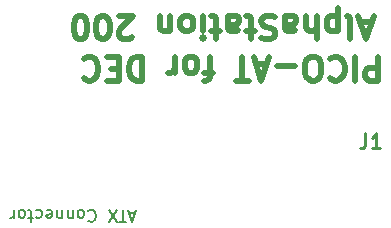
<source format=gbr>
%TF.GenerationSoftware,KiCad,Pcbnew,(5.1.12)-1*%
%TF.CreationDate,2023-10-03T16:06:22+02:00*%
%TF.ProjectId,PICO-AT,5049434f-2d41-4542-9e6b-696361645f70,rev?*%
%TF.SameCoordinates,Original*%
%TF.FileFunction,Legend,Top*%
%TF.FilePolarity,Positive*%
%FSLAX46Y46*%
G04 Gerber Fmt 4.6, Leading zero omitted, Abs format (unit mm)*
G04 Created by KiCad (PCBNEW (5.1.12)-1) date 2023-10-03 16:06:22*
%MOMM*%
%LPD*%
G01*
G04 APERTURE LIST*
%ADD10C,0.500000*%
%ADD11C,0.150000*%
%ADD12C,0.254000*%
G04 APERTURE END LIST*
D10*
X174690476Y-97345238D02*
X174690476Y-99345238D01*
X173928571Y-99345238D01*
X173738095Y-99250000D01*
X173642857Y-99154761D01*
X173547619Y-98964285D01*
X173547619Y-98678571D01*
X173642857Y-98488095D01*
X173738095Y-98392857D01*
X173928571Y-98297619D01*
X174690476Y-98297619D01*
X172690476Y-97345238D02*
X172690476Y-99345238D01*
X170595238Y-97535714D02*
X170690476Y-97440476D01*
X170976190Y-97345238D01*
X171166666Y-97345238D01*
X171452380Y-97440476D01*
X171642857Y-97630952D01*
X171738095Y-97821428D01*
X171833333Y-98202380D01*
X171833333Y-98488095D01*
X171738095Y-98869047D01*
X171642857Y-99059523D01*
X171452380Y-99250000D01*
X171166666Y-99345238D01*
X170976190Y-99345238D01*
X170690476Y-99250000D01*
X170595238Y-99154761D01*
X169357142Y-99345238D02*
X168976190Y-99345238D01*
X168785714Y-99250000D01*
X168595238Y-99059523D01*
X168500000Y-98678571D01*
X168500000Y-98011904D01*
X168595238Y-97630952D01*
X168785714Y-97440476D01*
X168976190Y-97345238D01*
X169357142Y-97345238D01*
X169547619Y-97440476D01*
X169738095Y-97630952D01*
X169833333Y-98011904D01*
X169833333Y-98678571D01*
X169738095Y-99059523D01*
X169547619Y-99250000D01*
X169357142Y-99345238D01*
X167642857Y-98107142D02*
X166119047Y-98107142D01*
X165261904Y-97916666D02*
X164309523Y-97916666D01*
X165452380Y-97345238D02*
X164785714Y-99345238D01*
X164119047Y-97345238D01*
X163738095Y-99345238D02*
X162595238Y-99345238D01*
X163166666Y-97345238D02*
X163166666Y-99345238D01*
X160690476Y-98678571D02*
X159928571Y-98678571D01*
X160404761Y-97345238D02*
X160404761Y-99059523D01*
X160309523Y-99250000D01*
X160119047Y-99345238D01*
X159928571Y-99345238D01*
X158976190Y-97345238D02*
X159166666Y-97440476D01*
X159261904Y-97535714D01*
X159357142Y-97726190D01*
X159357142Y-98297619D01*
X159261904Y-98488095D01*
X159166666Y-98583333D01*
X158976190Y-98678571D01*
X158690476Y-98678571D01*
X158500000Y-98583333D01*
X158404761Y-98488095D01*
X158309523Y-98297619D01*
X158309523Y-97726190D01*
X158404761Y-97535714D01*
X158500000Y-97440476D01*
X158690476Y-97345238D01*
X158976190Y-97345238D01*
X157452380Y-97345238D02*
X157452380Y-98678571D01*
X157452380Y-98297619D02*
X157357142Y-98488095D01*
X157261904Y-98583333D01*
X157071428Y-98678571D01*
X156880952Y-98678571D01*
X154690476Y-97345238D02*
X154690476Y-99345238D01*
X154214285Y-99345238D01*
X153928571Y-99250000D01*
X153738095Y-99059523D01*
X153642857Y-98869047D01*
X153547619Y-98488095D01*
X153547619Y-98202380D01*
X153642857Y-97821428D01*
X153738095Y-97630952D01*
X153928571Y-97440476D01*
X154214285Y-97345238D01*
X154690476Y-97345238D01*
X152690476Y-98392857D02*
X152023809Y-98392857D01*
X151738095Y-97345238D02*
X152690476Y-97345238D01*
X152690476Y-99345238D01*
X151738095Y-99345238D01*
X149738095Y-97535714D02*
X149833333Y-97440476D01*
X150119047Y-97345238D01*
X150309523Y-97345238D01*
X150595238Y-97440476D01*
X150785714Y-97630952D01*
X150880952Y-97821428D01*
X150976190Y-98202380D01*
X150976190Y-98488095D01*
X150880952Y-98869047D01*
X150785714Y-99059523D01*
X150595238Y-99250000D01*
X150309523Y-99345238D01*
X150119047Y-99345238D01*
X149833333Y-99250000D01*
X149738095Y-99154761D01*
X174119047Y-94416666D02*
X173166666Y-94416666D01*
X174309523Y-93845238D02*
X173642857Y-95845238D01*
X172976190Y-93845238D01*
X172023809Y-93845238D02*
X172214285Y-93940476D01*
X172309523Y-94130952D01*
X172309523Y-95845238D01*
X171261904Y-95178571D02*
X171261904Y-93178571D01*
X171261904Y-95083333D02*
X171071428Y-95178571D01*
X170690476Y-95178571D01*
X170500000Y-95083333D01*
X170404761Y-94988095D01*
X170309523Y-94797619D01*
X170309523Y-94226190D01*
X170404761Y-94035714D01*
X170500000Y-93940476D01*
X170690476Y-93845238D01*
X171071428Y-93845238D01*
X171261904Y-93940476D01*
X169452380Y-93845238D02*
X169452380Y-95845238D01*
X168595238Y-93845238D02*
X168595238Y-94892857D01*
X168690476Y-95083333D01*
X168880952Y-95178571D01*
X169166666Y-95178571D01*
X169357142Y-95083333D01*
X169452380Y-94988095D01*
X166785714Y-93845238D02*
X166785714Y-94892857D01*
X166880952Y-95083333D01*
X167071428Y-95178571D01*
X167452380Y-95178571D01*
X167642857Y-95083333D01*
X166785714Y-93940476D02*
X166976190Y-93845238D01*
X167452380Y-93845238D01*
X167642857Y-93940476D01*
X167738095Y-94130952D01*
X167738095Y-94321428D01*
X167642857Y-94511904D01*
X167452380Y-94607142D01*
X166976190Y-94607142D01*
X166785714Y-94702380D01*
X165928571Y-93940476D02*
X165642857Y-93845238D01*
X165166666Y-93845238D01*
X164976190Y-93940476D01*
X164880952Y-94035714D01*
X164785714Y-94226190D01*
X164785714Y-94416666D01*
X164880952Y-94607142D01*
X164976190Y-94702380D01*
X165166666Y-94797619D01*
X165547619Y-94892857D01*
X165738095Y-94988095D01*
X165833333Y-95083333D01*
X165928571Y-95273809D01*
X165928571Y-95464285D01*
X165833333Y-95654761D01*
X165738095Y-95750000D01*
X165547619Y-95845238D01*
X165071428Y-95845238D01*
X164785714Y-95750000D01*
X164214285Y-95178571D02*
X163452380Y-95178571D01*
X163928571Y-95845238D02*
X163928571Y-94130952D01*
X163833333Y-93940476D01*
X163642857Y-93845238D01*
X163452380Y-93845238D01*
X161928571Y-93845238D02*
X161928571Y-94892857D01*
X162023809Y-95083333D01*
X162214285Y-95178571D01*
X162595238Y-95178571D01*
X162785714Y-95083333D01*
X161928571Y-93940476D02*
X162119047Y-93845238D01*
X162595238Y-93845238D01*
X162785714Y-93940476D01*
X162880952Y-94130952D01*
X162880952Y-94321428D01*
X162785714Y-94511904D01*
X162595238Y-94607142D01*
X162119047Y-94607142D01*
X161928571Y-94702380D01*
X161261904Y-95178571D02*
X160500000Y-95178571D01*
X160976190Y-95845238D02*
X160976190Y-94130952D01*
X160880952Y-93940476D01*
X160690476Y-93845238D01*
X160500000Y-93845238D01*
X159833333Y-93845238D02*
X159833333Y-95178571D01*
X159833333Y-95845238D02*
X159928571Y-95750000D01*
X159833333Y-95654761D01*
X159738095Y-95750000D01*
X159833333Y-95845238D01*
X159833333Y-95654761D01*
X158595238Y-93845238D02*
X158785714Y-93940476D01*
X158880952Y-94035714D01*
X158976190Y-94226190D01*
X158976190Y-94797619D01*
X158880952Y-94988095D01*
X158785714Y-95083333D01*
X158595238Y-95178571D01*
X158309523Y-95178571D01*
X158119047Y-95083333D01*
X158023809Y-94988095D01*
X157928571Y-94797619D01*
X157928571Y-94226190D01*
X158023809Y-94035714D01*
X158119047Y-93940476D01*
X158309523Y-93845238D01*
X158595238Y-93845238D01*
X157071428Y-95178571D02*
X157071428Y-93845238D01*
X157071428Y-94988095D02*
X156976190Y-95083333D01*
X156785714Y-95178571D01*
X156500000Y-95178571D01*
X156309523Y-95083333D01*
X156214285Y-94892857D01*
X156214285Y-93845238D01*
X153833333Y-95654761D02*
X153738095Y-95750000D01*
X153547619Y-95845238D01*
X153071428Y-95845238D01*
X152880952Y-95750000D01*
X152785714Y-95654761D01*
X152690476Y-95464285D01*
X152690476Y-95273809D01*
X152785714Y-94988095D01*
X153928571Y-93845238D01*
X152690476Y-93845238D01*
X151452380Y-95845238D02*
X151261904Y-95845238D01*
X151071428Y-95750000D01*
X150976190Y-95654761D01*
X150880952Y-95464285D01*
X150785714Y-95083333D01*
X150785714Y-94607142D01*
X150880952Y-94226190D01*
X150976190Y-94035714D01*
X151071428Y-93940476D01*
X151261904Y-93845238D01*
X151452380Y-93845238D01*
X151642857Y-93940476D01*
X151738095Y-94035714D01*
X151833333Y-94226190D01*
X151928571Y-94607142D01*
X151928571Y-95083333D01*
X151833333Y-95464285D01*
X151738095Y-95654761D01*
X151642857Y-95750000D01*
X151452380Y-95845238D01*
X149547619Y-95845238D02*
X149357142Y-95845238D01*
X149166666Y-95750000D01*
X149071428Y-95654761D01*
X148976190Y-95464285D01*
X148880952Y-95083333D01*
X148880952Y-94607142D01*
X148976190Y-94226190D01*
X149071428Y-94035714D01*
X149166666Y-93940476D01*
X149357142Y-93845238D01*
X149547619Y-93845238D01*
X149738095Y-93940476D01*
X149833333Y-94035714D01*
X149928571Y-94226190D01*
X150023809Y-94607142D01*
X150023809Y-95083333D01*
X149928571Y-95464285D01*
X149833333Y-95654761D01*
X149738095Y-95750000D01*
X149547619Y-95845238D01*
D11*
X154082095Y-110577333D02*
X153605904Y-110577333D01*
X154177333Y-110291619D02*
X153844000Y-111291619D01*
X153510666Y-110291619D01*
X153320190Y-111291619D02*
X152748761Y-111291619D01*
X153034476Y-110291619D02*
X153034476Y-111291619D01*
X152510666Y-111291619D02*
X151844000Y-110291619D01*
X151844000Y-111291619D02*
X152510666Y-110291619D01*
X150129714Y-110386857D02*
X150177333Y-110339238D01*
X150320190Y-110291619D01*
X150415428Y-110291619D01*
X150558285Y-110339238D01*
X150653523Y-110434476D01*
X150701142Y-110529714D01*
X150748761Y-110720190D01*
X150748761Y-110863047D01*
X150701142Y-111053523D01*
X150653523Y-111148761D01*
X150558285Y-111244000D01*
X150415428Y-111291619D01*
X150320190Y-111291619D01*
X150177333Y-111244000D01*
X150129714Y-111196380D01*
X149558285Y-110291619D02*
X149653523Y-110339238D01*
X149701142Y-110386857D01*
X149748761Y-110482095D01*
X149748761Y-110767809D01*
X149701142Y-110863047D01*
X149653523Y-110910666D01*
X149558285Y-110958285D01*
X149415428Y-110958285D01*
X149320190Y-110910666D01*
X149272571Y-110863047D01*
X149224952Y-110767809D01*
X149224952Y-110482095D01*
X149272571Y-110386857D01*
X149320190Y-110339238D01*
X149415428Y-110291619D01*
X149558285Y-110291619D01*
X148796380Y-110958285D02*
X148796380Y-110291619D01*
X148796380Y-110863047D02*
X148748761Y-110910666D01*
X148653523Y-110958285D01*
X148510666Y-110958285D01*
X148415428Y-110910666D01*
X148367809Y-110815428D01*
X148367809Y-110291619D01*
X147891619Y-110958285D02*
X147891619Y-110291619D01*
X147891619Y-110863047D02*
X147844000Y-110910666D01*
X147748761Y-110958285D01*
X147605904Y-110958285D01*
X147510666Y-110910666D01*
X147463047Y-110815428D01*
X147463047Y-110291619D01*
X146605904Y-110339238D02*
X146701142Y-110291619D01*
X146891619Y-110291619D01*
X146986857Y-110339238D01*
X147034476Y-110434476D01*
X147034476Y-110815428D01*
X146986857Y-110910666D01*
X146891619Y-110958285D01*
X146701142Y-110958285D01*
X146605904Y-110910666D01*
X146558285Y-110815428D01*
X146558285Y-110720190D01*
X147034476Y-110624952D01*
X145701142Y-110339238D02*
X145796380Y-110291619D01*
X145986857Y-110291619D01*
X146082095Y-110339238D01*
X146129714Y-110386857D01*
X146177333Y-110482095D01*
X146177333Y-110767809D01*
X146129714Y-110863047D01*
X146082095Y-110910666D01*
X145986857Y-110958285D01*
X145796380Y-110958285D01*
X145701142Y-110910666D01*
X145415428Y-110958285D02*
X145034476Y-110958285D01*
X145272571Y-111291619D02*
X145272571Y-110434476D01*
X145224952Y-110339238D01*
X145129714Y-110291619D01*
X145034476Y-110291619D01*
X144558285Y-110291619D02*
X144653523Y-110339238D01*
X144701142Y-110386857D01*
X144748761Y-110482095D01*
X144748761Y-110767809D01*
X144701142Y-110863047D01*
X144653523Y-110910666D01*
X144558285Y-110958285D01*
X144415428Y-110958285D01*
X144320190Y-110910666D01*
X144272571Y-110863047D01*
X144224952Y-110767809D01*
X144224952Y-110482095D01*
X144272571Y-110386857D01*
X144320190Y-110339238D01*
X144415428Y-110291619D01*
X144558285Y-110291619D01*
X143796380Y-110291619D02*
X143796380Y-110958285D01*
X143796380Y-110767809D02*
X143748761Y-110863047D01*
X143701142Y-110910666D01*
X143605904Y-110958285D01*
X143510666Y-110958285D01*
%TO.C,J1*%
D12*
X173576666Y-103804523D02*
X173576666Y-104711666D01*
X173516190Y-104893095D01*
X173395238Y-105014047D01*
X173213809Y-105074523D01*
X173092857Y-105074523D01*
X174846666Y-105074523D02*
X174120952Y-105074523D01*
X174483809Y-105074523D02*
X174483809Y-103804523D01*
X174362857Y-103985952D01*
X174241904Y-104106904D01*
X174120952Y-104167380D01*
%TD*%
M02*

</source>
